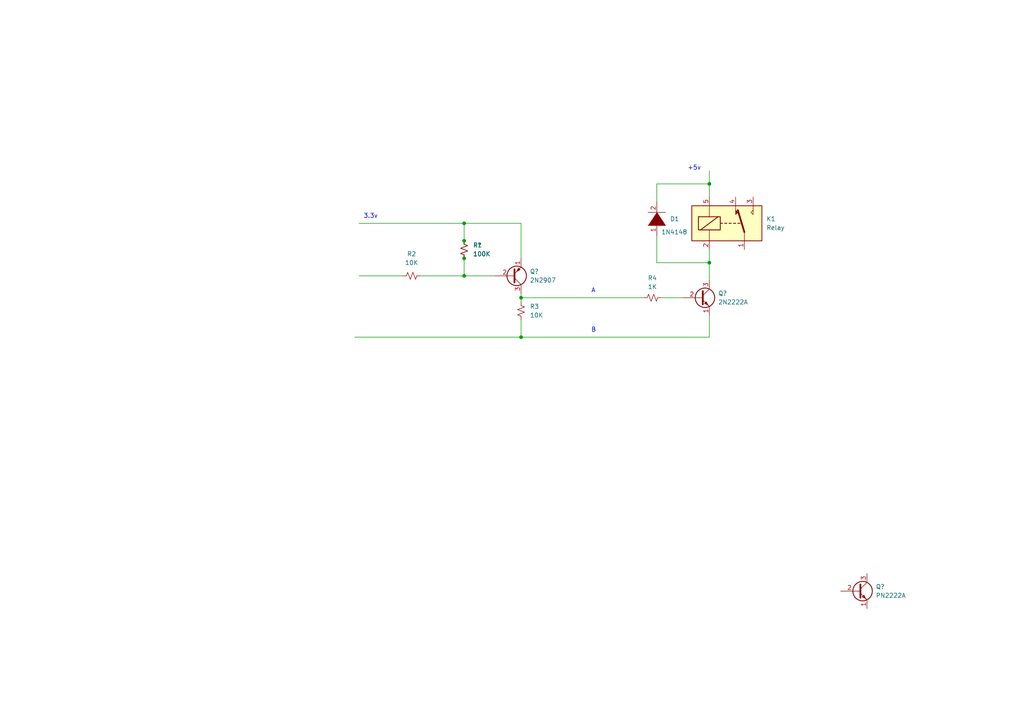
<source format=kicad_sch>
(kicad_sch (version 20211123) (generator eeschema)
  (paper "A4")
  (lib_symbols
    (symbol "Device:R_Small_US" (pin_numbers hide) (pin_names (offset 0.254) hide)
      (property "Reference" "R" (at 0.762 0.508 0))
      (property "Value" "R_Small_US" (at 0.762 -1.016 0))
      (symbol "R_Small_US_1_1"
        (polyline (pts (xy 0 0) (xy 1.016 -0.381) (xy 0 -0.762) (xy -1.016 -1.143) (xy 0 -1.524)))
        (polyline (pts (xy 0 1.524) (xy 1.016 1.143) (xy 0 0.762) (xy -1.016 0.381) (xy 0 0)))
        (pin passive line (at 0 2.54 270) (length 1.016) (name "~") (number "1"))
        (pin passive line (at 0 -2.54 90) (length 1.016) (name "~") (number "2"))
      )
    )
    (symbol "Relay:G5LE-1"
      (property "Reference" "K" (at 11.43 3.81 0))
      (property "Value" "G5LE-1" (at 11.43 1.27 0))
      (symbol "G5LE-1_0_0"
        (polyline (pts (xy 7.62 5.08) (xy 7.62 2.54) (xy 6.985 3.175) (xy 7.62 3.81)))
      )
      (symbol "G5LE-1_0_1"
        (rectangle (start -10.16 5.08) (end 10.16 -5.08) (stroke (width 0.254)) (fill (type background)))
        (rectangle (start -8.255 1.905) (end -1.905 -1.905) (stroke (width 0.254)))
        (polyline (pts (xy -7.62 -1.905) (xy -2.54 1.905)) (stroke (width 0.254)))
        (polyline (pts (xy -5.08 -5.08) (xy -5.08 -1.905)))
        (polyline (pts (xy -5.08 5.08) (xy -5.08 1.905)))
        (polyline (pts (xy -1.905 0) (xy -1.27 0)) (stroke (width 0.254)))
        (polyline (pts (xy -0.635 0) (xy 0 0)) (stroke (width 0.254)))
        (polyline (pts (xy 0.635 0) (xy 1.27 0)) (stroke (width 0.254)))
        (polyline (pts (xy 1.905 0) (xy 2.54 0)) (stroke (width 0.254)))
        (polyline (pts (xy 3.175 0) (xy 3.81 0)) (stroke (width 0.254)))
        (polyline (pts (xy 5.08 -2.54) (xy 3.175 3.81)) (stroke (width 0.508)))
        (polyline (pts (xy 5.08 -2.54) (xy 5.08 -5.08)))
        (polyline (pts (xy 2.54 5.08) (xy 2.54 2.54) (xy 3.175 3.175) (xy 2.54 3.81)) (fill (type outline)))
      )
      (symbol "G5LE-1_1_1"
        (pin passive line (at 5.08 -7.62 90) (length 2.54) (name "~") (number "1"))
        (pin passive line (at -5.08 -7.62 90) (length 2.54) (name "~") (number "2"))
        (pin passive line (at 7.62 7.62 270) (length 2.54) (name "~") (number "3"))
        (pin passive line (at 2.54 7.62 270) (length 2.54) (name "~") (number "4"))
        (pin passive line (at -5.08 7.62 270) (length 2.54) (name "~") (number "5"))
      )
    )
    (symbol "Transistor_BJT:2N3905" (pin_names (offset 0) hide)
      (property "Reference" "Q" (at 5.08 1.905 0))
      (property "Value" "2N3905" (at 5.08 0 0))
      (symbol "2N3905_0_1"
        (polyline (pts (xy 0.635 0.635) (xy 2.54 2.54)))
        (polyline (pts (xy 0.635 -0.635) (xy 2.54 -2.54) (xy 2.54 -2.54)))
        (polyline (pts (xy 0.635 1.905) (xy 0.635 -1.905) (xy 0.635 -1.905)) (stroke (width 0.508)))
        (polyline (pts (xy 2.286 -1.778) (xy 1.778 -2.286) (xy 1.27 -1.27) (xy 2.286 -1.778) (xy 2.286 -1.778)) (fill (type outline)))
        (circle (center 1.27 0) (radius 2.8194) (stroke (width 0.254)))
      )
      (symbol "2N3905_1_1"
        (pin passive line (at 2.54 -5.08 90) (length 2.54) (name "E") (number "1"))
        (pin input line (at -5.08 0 0) (length 5.715) (name "B") (number "2"))
        (pin passive line (at 2.54 5.08 270) (length 2.54) (name "C") (number "3"))
      )
    )
    (symbol "Transistor_BJT:PN2222A" (pin_names (offset 0) hide)
      (property "Reference" "Q" (at 5.08 1.905 0))
      (property "Value" "PN2222A" (at 5.08 0 0))
      (symbol "PN2222A_0_1"
        (polyline (pts (xy 0 0) (xy 0.635 0)))
        (polyline (pts (xy 2.54 -2.54) (xy 0.635 -0.635)))
        (polyline (pts (xy 2.54 2.54) (xy 0.635 0.635)))
        (polyline (pts (xy 0.635 1.905) (xy 0.635 -1.905) (xy 0.635 -1.905)) (stroke (width 0.508)))
        (polyline (pts (xy 2.413 -2.413) (xy 1.905 -1.905) (xy 1.905 -1.905)))
        (polyline (pts (xy 1.143 -1.651) (xy 1.651 -1.143) (xy 2.159 -2.159) (xy 1.143 -1.651) (xy 1.143 -1.651)) (fill (type outline)))
        (circle (center 1.27 0) (radius 2.8194) (stroke (width 0.254)))
      )
      (symbol "PN2222A_1_1"
        (pin passive line (at 2.54 -5.08 90) (length 2.54) (name "E") (number "1"))
        (pin input line (at -5.08 0 0) (length 5.08) (name "B") (number "2"))
        (pin passive line (at 2.54 5.08 270) (length 2.54) (name "C") (number "3"))
      )
    )
    (symbol "pspice:DIODE" (pin_names (offset 1.016) hide)
      (property "Reference" "D" (at 0 3.81 0))
      (property "Value" "DIODE" (at 0 -4.445 0))
      (symbol "DIODE_0_1"
        (polyline (pts (xy 1.905 2.54) (xy 1.905 -2.54)))
        (polyline (pts (xy -1.905 2.54) (xy -1.905 -2.54) (xy 1.905 0)) (fill (type outline)))
      )
      (symbol "DIODE_1_1"
        (pin input line (at -5.08 0 0) (length 3.81) (name "K") (number "1"))
        (pin input line (at 5.08 0 180) (length 3.81) (name "A") (number "2"))
      )
    )
  )
  (junction (at 134.62 74.93))
  (junction (at 151.13 86.36))
  (junction (at 134.62 64.77))
  (junction (at 151.13 97.79))
  (junction (at 134.62 69.85))
  (junction (at 134.62 80.01))
  (junction (at 205.74 76.2))
  (junction (at 205.74 53.34))
  (wire (pts (xy 151.13 64.77) (xy 151.13 74.93)))
  (wire (pts (xy 191.77 86.36) (xy 198.12 86.36)))
  (wire (pts (xy 190.5 58.42) (xy 190.5 53.34)))
  (wire (pts (xy 102.87 97.79) (xy 151.13 97.79)))
  (wire (pts (xy 205.74 76.2) (xy 205.74 81.28)))
  (wire (pts (xy 190.5 76.2) (xy 205.74 76.2)))
  (wire (pts (xy 151.13 86.36) (xy 151.13 87.63)))
  (wire (pts (xy 205.74 97.79) (xy 205.74 91.44)))
  (wire (pts (xy 151.13 97.79) (xy 151.13 92.71)))
  (wire (pts (xy 134.62 64.77) (xy 151.13 64.77)))
  (wire (pts (xy 121.92 80.01) (xy 134.62 80.01)))
  (wire (pts (xy 134.62 74.93) (xy 134.62 80.01)))
  (wire (pts (xy 151.13 86.36) (xy 186.69 86.36)))
  (wire (pts (xy 104.14 64.77) (xy 134.62 64.77)))
  (wire (pts (xy 205.74 72.39) (xy 205.74 76.2)))
  (wire (pts (xy 151.13 85.09) (xy 151.13 86.36)))
  (wire (pts (xy 151.13 97.79) (xy 205.74 97.79)))
  (wire (pts (xy 134.62 80.01) (xy 143.51 80.01)))
  (wire (pts (xy 190.5 53.34) (xy 205.74 53.34)))
  (wire (pts (xy 190.5 68.58) (xy 190.5 76.2)))
  (wire (pts (xy 134.62 64.77) (xy 134.62 69.85)))
  (wire (pts (xy 104.14 80.01) (xy 116.84 80.01)))
  (wire (pts (xy 205.74 53.34) (xy 205.74 57.15)))
  (wire (pts (xy 205.74 49.53) (xy 205.74 53.34)))
  (text "3.3v" (at 105.41 63.5 0) (effects (font (size 1.27 1.27)) (justify left bottom)))
  (text "A" (at 171.45 85.09 0) (effects (font (size 1.27 1.27)) (justify left bottom)))
  (text "B" (at 171.45 96.52 0) (effects (font (size 1.27 1.27)) (justify left bottom)))
  (text "+5v" (at 199.39 49.53 0) (effects (font (size 1.27 1.27)) (justify left bottom)))
  (symbol (lib_id "Transistor_BJT:PN2222A") (at 248.92 171.45 0) (unit 1)
    (property "Reference" "Q?" (at 254 170.1799 0) (effects (justify left)))
    (property "Value" "PN2222A" (at 254 172.7199 0) (effects (justify left)))
    (property "Footprint" "Package_TO_SOT_THT:TO-92_Inline" (effects hide))
    (property "Datasheet" "https://www.onsemi.com/pub/Collateral/PN2222-D.PDF" (effects hide))
  )
  (symbol (lib_id "Relay:G5LE-1") (at 210.82 64.77 0) (unit 1)
    (property "Reference" "K1" (at 222.25 63.4999 0) (effects (justify left)))
    (property "Value" "Relay" (at 222.25 66.0399 0) (effects (justify left)))
    (property "Footprint" "Relay_THT:Relay_SPDT_Omron-G5LE-1" (effects hide))
    (property "Datasheet" "http://www.omron.com/ecb/products/pdf/en-g5le.pdf" (effects hide))
  )
  (symbol (lib_id "Transistor_BJT:2N3905") (at 148.59 80.01 0) (mirror x) (unit 1)
    (property "Reference" "Q?" (at 153.67 78.7399 0) (effects (justify left)))
    (property "Value" "2N2907" (at 153.67 81.2799 0) (effects (justify left)))
    (property "Footprint" "Package_TO_SOT_THT:TO-92_Inline" (effects hide))
    (property "Datasheet" "https://www.nteinc.com/specs/original/2N3905_06.pdf" (effects hide))
  )
  (symbol (lib_id "Device:R_Small_US") (at 151.13 90.17 180) (unit 1)
    (property "Reference" "R3" (at 153.67 88.8999 0) (effects (justify right)))
    (property "Value" "10K" (at 153.67 91.4399 0) (effects (justify right)))
  )
  (symbol (lib_id "Device:R_Small_US") (at 134.62 72.39 0) (unit 1)
    (property "Reference" "R1" (at 137.16 71.1199 0) (effects (justify left)))
    (property "Value" "100K" (at 137.16 73.6599 0) (effects (justify left)))
  )
  (symbol (lib_id "Device:R_Small_US") (at 119.38 80.01 270) (unit 1)
    (property "Reference" "R2" (at 119.38 73.66 90))
    (property "Value" "10K" (at 119.38 76.2 90))
  )
  (symbol (lib_id "Device:R_Small_US") (at 189.23 86.36 90) (unit 1)
    (property "Reference" "R4" (at 189.23 80.645 90))
    (property "Value" "1K" (at 189.23 83.185 90))
  )
  (symbol (lib_id "Transistor_BJT:PN2222A") (at 203.2 86.36 0) (unit 1)
    (property "Reference" "Q?" (at 208.28 85.0899 0) (effects (justify left)))
    (property "Value" "2N2222A" (at 208.28 87.6299 0) (effects (justify left)))
    (property "Footprint" "Package_TO_SOT_THT:TO-92_Inline" (effects hide))
    (property "Datasheet" "https://www.onsemi.com/pub/Collateral/PN2222-D.PDF" (effects hide))
  )
  (symbol (lib_id "Device:R_Small_US") (at 134.62 72.39 0) (unit 1)
    (property "Reference" "R?" (at 137.16 71.1199 0) (effects (justify left)))
    (property "Value" "100K" (at 137.16 73.66 0) (effects (justify left)))
  )
  (symbol (lib_id "pspice:DIODE") (at 190.5 63.5 90) (unit 1)
    (property "Reference" "D1" (at 194.31 63.4999 90) (effects (justify right)))
    (property "Value" "1N4148" (at 191.77 67.31 90) (effects (justify right)))
  )
)
</source>
